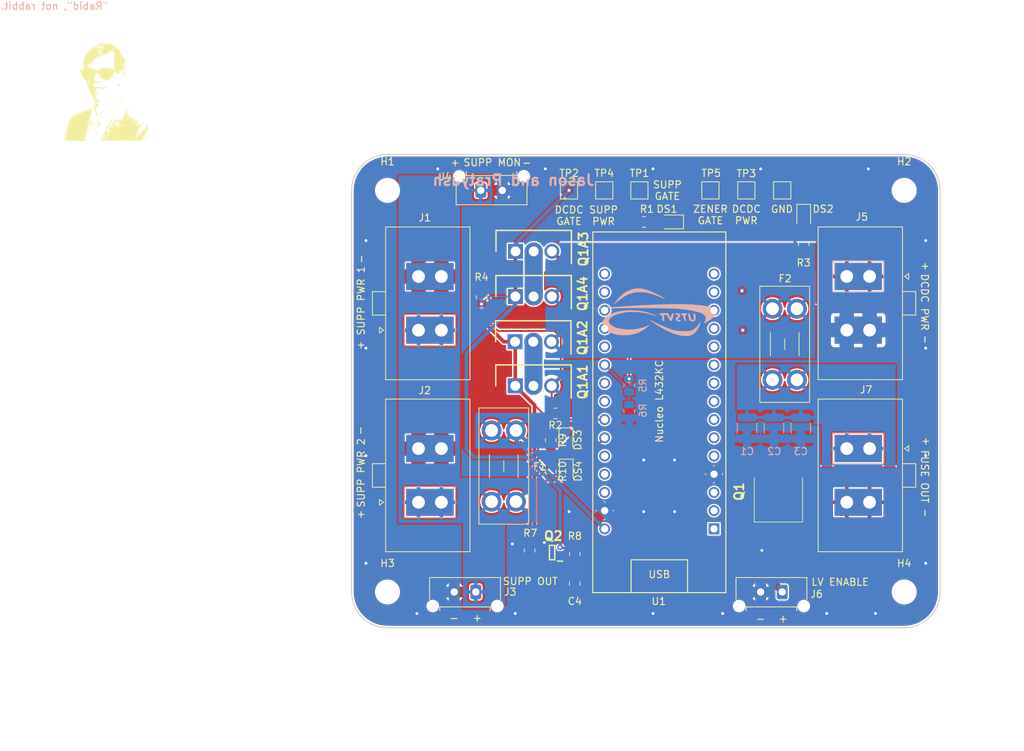
<source format=kicad_pcb>
(kicad_pcb (version 20240108) (generator "pcbnew") (generator_version "8.0")
  (title_block (title "Primary Battery Board") (date "2018-11-03") (company "UT Solar Vehicle Team") (comment 1 "BeVolt") (comment 2 "Jim Corbin and Alex Rodriguez"))
  (layers (0 "F.Cu" power) (31 "B.Cu" power) (34 "B.Paste" user) (35 "F.Paste" user) (36 "B.SilkS" user "B.Silkscreen") (37 "F.SilkS" user "F.Silkscreen") (38 "B.Mask" user) (39 "F.Mask" user) (44 "Edge.Cuts" user))
  (net 0 "")
  (net 1 "FUSE_OUT")
  (net 2 "GNDS")
  (net 3 "Net-(DS1-A)")
  (net 4 "Net-(DS2-A)")
  (net 6 "SUPP_PWR")
  (net 7 "DCDC_PWR")
  (net 8 "Supp_Gate")
  (net 9 "DCDC_Gate")
  (net 10 "Net-(Q1A1-Pad2)")
  (net 12 "Net-(J1-Pin_1)")
  (net 13 "Net-(F2-Pad1)")
  (net 14 "Net-(J6-Pin_1)")
  (net 15 "Net-(J7-Pin_2)")
  (net 16 "Net-(Q1A3-Pad2)")
  (net 17 "Supp_Drive")
  (net 18 "DCDC_Drive")
  (net 19 "Net-(U1-A2)")
  (net 42 "Net-(DS3-A)")
  (net 43 "Net-(DS4-A)")
  (footprint "Connector_Molex:Molex_Micro-Fit_3.0_43650-0215_1x02_P3.00mm_Vertical" (layer "F.Cu") (at 105.3 104 180)
    (property "Reference" "J3" (at -4.8 0 180) (layer "F.SilkS"))
    (property "Value" "SUPP OUT")
    (pad "" np_thru_hole circle (at -3 -1.96 180) (size 1.27 1.27) (drill 1.27) (layers "*.Cu" "*.Mask"))
    (pad "" np_thru_hole circle (at 6 -1.96 180) (size 1.27 1.27) (drill 1.27) (layers "*.Cu" "*.Mask"))
    (pad "1" thru_hole roundrect (at 0 0 180) (size 1.5 2.02) (drill 1.02) (layers "*.Cu" "*.Mask") (roundrect_rratio 0.166667) (net 12 "Net-(J1-Pin_1)"))
    (pad "2" thru_hole oval (at 3 0 180) (size 1.5 2.02) (drill 1.02) (layers "*.Cu" "*.Mask") (net 2 "GNDS"))
  )
  (footprint "Resistor_SMD:R_0805_2012Metric" (layer "F.Cu") (at 112.8 98.2125 -90)
    (property "Reference" "R7" (at -2.412501 -0.100001 180) (layer "F.SilkS"))
    (property "Value" "100k")
    (pad "1" smd roundrect (at -0.9125 0 270) (size 1.025 1.4) (layers "F.Cu" "F.Paste" "F.Mask") (roundrect_rratio 0.243902) (net 6 "SUPP_PWR"))
    (pad "2" smd roundrect (at 0.9125 0 270) (size 1.025 1.4) (layers "F.Cu" "F.Paste" "F.Mask") (roundrect_rratio 0.243902) (net 8 "Supp_Gate"))
  )
  (footprint "Connector_Molex:Molex_Sabre_43160-0102_1x02_P7.49mm_Vertical" (layer "F.Cu") (at 157 60 -90)
    (property "Reference" "J5" (at -8.3 -2.1 180) (layer "F.SilkS"))
    (property "Value" "DCDC SUPPLY")
    (pad "1" thru_hole rect (at 0 -3.18 270) (size 3.78 3.43) (drill 1.78) (layers "*.Cu" "*.Mask") (net 7 "DCDC_PWR"))
    (pad "1" thru_hole rect (at 0 0 270) (size 3.78 3.43) (drill 1.78) (layers "*.Cu" "*.Mask") (net 7 "DCDC_PWR"))
    (pad "2" thru_hole rect (at 7.49 -3.18 270) (size 3.78 3.43) (drill 1.78) (layers "*.Cu" "*.Mask") (net 2 "GNDS"))
    (pad "2" thru_hole rect (at 7.49 0 270) (size 3.78 3.43) (drill 1.78) (layers "*.Cu" "*.Mask") (net 2 "GNDS"))
  )
  (footprint "Connector_Molex:Molex_Sabre_43160-0102_1x02_P7.49mm_Vertical" (layer "F.Cu") (at 100.5 91.49 90)
    (property "Reference" "J2" (at 15.59 -2.3 0) (layer "F.SilkS"))
    (property "Value" "SUPP PWR 2")
    (pad "1" thru_hole rect (at 0 -3.18 90) (size 3.78 3.43) (drill 1.78) (layers "*.Cu" "*.Mask") (net 12 "Net-(J1-Pin_1)"))
    (pad "1" thru_hole rect (at 0 0 90) (size 3.78 3.43) (drill 1.78) (layers "*.Cu" "*.Mask") (net 12 "Net-(J1-Pin_1)"))
    (pad "2" thru_hole rect (at 7.49 -3.18 90) (size 3.78 3.43) (drill 1.78) (layers "*.Cu" "*.Mask") (net 2 "GNDS"))
    (pad "2" thru_hole rect (at 7.49 0 90) (size 3.78 3.43) (drill 1.78) (layers "*.Cu" "*.Mask") (net 2 "GNDS"))
  )
  (footprint "Diode_SMD:D_0805_2012Metric" (layer "F.Cu") (at 132.5625 52.4 180)
    (property "Reference" "DS1" (at 0.615625 1.8 180) (layer "F.SilkS"))
    (property "Value" "SUPP_PWR")
    (pad "1" smd roundrect (at -0.9375 0 180) (size 0.975 1.4) (layers "F.Cu" "F.Paste" "F.Mask") (net 2 "GNDS"))
    (pad "2" smd roundrect (at 0.9375 0 180) (size 0.975 1.4) (layers "F.Cu" "F.Paste" "F.Mask") (net 3 "Net-(DS1-A)"))
  )
  (footprint "UTSVT_PowerSupp:SOT65P210X100-6N" (layer "F.Cu") (at 115.9375 98.5 180)
    (property "Reference" "Q2" (at -0.1625 2.3 180) (layer "F.SilkS") (effects (font (size 1.27 1.27) (thickness 0.254))))
    (property "Value" "S1G1D2S2G2D1" (hide yes))
    (pad "1" smd rect (at -1.1 -0.65 270) (size 0.4 0.75) (layers "F.Cu" "F.Paste" "F.Mask") (net 2 "GNDS"))
    (pad "2" smd rect (at -1.1 0 270) (size 0.4 0.75) (layers "F.Cu" "F.Paste" "F.Mask") (net 17 "Supp_Drive"))
    (pad "3" smd rect (at -1.1 0.65 270) (size 0.4 0.75) (layers "F.Cu" "F.Paste" "F.Mask") (net 9 "DCDC_Gate"))
    (pad "4" smd rect (at 1.1 0.65 270) (size 0.4 0.75) (layers "F.Cu" "F.Paste" "F.Mask") (net 2 "GNDS"))
    (pad "5" smd rect (at 1.1 0 270) (size 0.4 0.75) (layers "F.Cu" "F.Paste" "F.Mask") (net 18 "DCDC_Drive"))
    (pad "6" smd rect (at 1.1 -0.65 270) (size 0.4 0.75) (layers "F.Cu" "F.Paste" "F.Mask") (net 8 "Supp_Gate"))
  )
  (footprint "TestPoint:TestPoint_Pad_2.0x2.0mm" (layer "F.Cu") (at 123.2 48)
    (property "Reference" "TP4" (at 0 -2.4 0) (layer "F.SilkS"))
    (property "Value" "Supp_Gate")
    (pad "1" smd rect (at 0 0) (size 2 2) (layers "F.Cu" "F.Mask") (net 8 "Supp_Gate"))
  )
  (footprint "UTSVT_PowerSupp:SUP90P06-PCHAN-ENH-PWR-MOSFET" (layer "F.Cu") (at 110.77 69.1)
    (property "Reference" "Q1A2" (at 9.400001 -0.542501 -90) (layer "F.SilkS") (effects (font (size 1.27 1.27) (thickness 0.254))))
    (property "Value" "IRFU5305PbF" (hide yes))
    (pad "1" thru_hole rect (at 0 0) (size 2.085 2.085) (drill 1.39) (layers "*.Cu" "*.Mask") (net 8 "Supp_Gate"))
    (pad "2" thru_hole circle (at 2.54 0) (size 2.085 2.085) (drill 1.39) (layers "*.Cu" "*.Mask") (net 10 "Net-(Q1A1-Pad2)"))
    (pad "3" thru_hole circle (at 5.08 0) (size 2.085 2.085) (drill 1.39) (layers "*.Cu" "*.Mask") (net 13 "Net-(F2-Pad1)"))
  )
  (footprint "TestPoint:TestPoint_Pad_2.0x2.0mm" (layer "F.Cu") (at 143 48)
    (property "Reference" "TP3" (at 0 -2.35 0) (layer "F.SilkS"))
    (property "Value" "DCDC_PWR")
    (pad "1" smd rect (at 0 0) (size 2 2) (layers "F.Cu" "F.Mask") (net 7 "DCDC_PWR"))
  )
  (footprint "TestPoint:TestPoint_Pad_2.0x2.0mm" (layer "F.Cu") (at 148 48)
    (property "Reference" "TP6" (hide yes))
    (property "Value" "GND")
    (pad "1" smd rect (at 0 0) (size 2 2) (layers "F.Cu" "F.Mask") (net 2 "GNDS"))
  )
  (footprint "TestPoint:TestPoint_Pad_2.0x2.0mm" (layer "F.Cu") (at 128.1 48)
    (property "Reference" "TP1" (at 0 -2.4 0) (layer "F.SilkS"))
    (property "Value" "SUPP_PWR")
    (pad "1" smd rect (at 0 0) (size 2 2) (layers "F.Cu" "F.Mask") (net 6 "SUPP_PWR"))
  )
  (footprint "Diode_SMD:D_0805_2012Metric" (layer "F.Cu") (at 117.9 87.1625 -90)
    (property "Reference" "DS4" (at 0 -1.65 90) (layer "F.SilkS"))
    (property "Value" "DCDC_PWR")
    (pad "1" smd roundrect (at -0.9375 0 270) (size 0.975 1.4) (layers "F.Cu" "F.Paste" "F.Mask") (net 2 "GNDS"))
    (pad "2" smd roundrect (at 0.9375 0 270) (size 0.975 1.4) (layers "F.Cu" "F.Paste" "F.Mask") (net 43 "Net-(DS4-A)"))
  )
  (footprint "MountingHole:MountingHole_3mm" (layer "F.Cu") (at 93 104)
    (property "Reference" "H3" (at 0 -4 0) (layer "F.SilkS"))
    (property "Value" "M3")
    (pad "" np_thru_hole circle (at 0 0) (size 3 3) (drill 3) (layers "*.Cu" "*.Mask"))
  )
  (footprint "UTSVT_Special:Hallock_Image_Tiny" (layer "F.Cu") (at 53.322932 34.119857)
    (property "Reference" "LOGO1" (hide yes))
    (property "Value" "Dr Hallock" (hide yes))
  )
  (footprint "UTSVT_PowerSupp:SUP90P06-PCHAN-ENH-PWR-MOSFET" (layer "F.Cu") (at 110.82 62.8)
    (property "Reference" "Q1A4" (at 9.3675 -0.4 90) (layer "F.SilkS") (effects (font (size 1.27 1.27) (thickness 0.254))))
    (property "Value" "IRFU5305PbF" (hide yes))
    (pad "1" thru_hole rect (at 0 0) (size 2.085 2.085) (drill 1.39) (layers "*.Cu" "*.Mask") (net 9 "DCDC_Gate"))
    (pad "2" thru_hole circle (at 2.54 0) (size 2.085 2.085) (drill 1.39) (layers "*.Cu" "*.Mask") (net 16 "Net-(Q1A3-Pad2)"))
    (pad "3" thru_hole circle (at 5.08 0) (size 2.085 2.085) (drill 1.39) (layers "*.Cu" "*.Mask") (net 13 "Net-(F2-Pad1)"))
  )
  (footprint "Fuse:Fuseholder_Blade_Mini_Keystone_3568" (layer "F.Cu") (at 150.05 64.5 -90)
    (property "Reference" "F2" (at -4.2 1.65 180) (layer "F.SilkS"))
    (property "Value" "Fuse")
    (pad "1" thru_hole circle (at 0 0 270) (size 2.78 2.78) (drill 1.78) (layers "*.Cu" "*.Mask") (net 13 "Net-(F2-Pad1)"))
    (pad "1" thru_hole circle (at 0 3.4 270) (size 2.78 2.78) (drill 1.78) (layers "*.Cu" "*.Mask") (net 13 "Net-(F2-Pad1)"))
    (pad "2" thru_hole circle (at 9.92 0 270) (size 2.78 2.78) (drill 1.78) (layers "*.Cu" "*.Mask") (net 1 "FUSE_OUT"))
    (pad "2" thru_hole circle (at 9.92 3.4 270) (size 2.78 2.78) (drill 1.78) (layers "*.Cu" "*.Mask") (net 1 "FUSE_OUT"))
  )
  (footprint "Connector_Molex:Molex_Sabre_43160-0102_1x02_P7.49mm_Vertical" (layer "F.Cu") (at 100.5 67.5 90)
    (property "Reference" "J1" (at 15.7 -2.3 0) (layer "F.SilkS"))
    (property "Value" "SUPP PWR 1")
    (pad "1" thru_hole rect (at 0 -3.18 90) (size 3.78 3.43) (drill 1.78) (layers "*.Cu" "*.Mask") (net 12 "Net-(J1-Pin_1)"))
    (pad "1" thru_hole rect (at 0 0 90) (size 3.78 3.43) (drill 1.78) (layers "*.Cu" "*.Mask") (net 12 "Net-(J1-Pin_1)"))
    (pad "2" thru_hole rect (at 7.49 -3.18 90) (size 3.78 3.43) (drill 1.78) (layers "*.Cu" "*.Mask") (net 2 "GNDS"))
    (pad "2" thru_hole rect (at 7.49 0 90) (size 3.78 3.43) (drill 1.78) (layers "*.Cu" "*.Mask") (net 2 "GNDS"))
  )
  (footprint "Resistor_SMD:R_0805_2012Metric" (layer "F.Cu") (at 106.1125 62.9 -90)
    (property "Reference" "R4" (at -2.800001 0.012499 180) (layer "F.SilkS"))
    (property "Value" "100k")
    (pad "1" smd roundrect (at -0.9125 0 270) (size 1.025 1.4) (layers "F.Cu" "F.Paste" "F.Mask") (roundrect_rratio 0.243902) (net 6 "SUPP_PWR"))
    (pad "2" smd roundrect (at 0.9125 0 270) (size 1.025 1.4) (layers "F.Cu" "F.Paste" "F.Mask") (roundrect_rratio 0.243902) (net 9 "DCDC_Gate"))
  )
  (footprint "UTSVT_Special:NucleoL432KC" (layer "F.Cu") (at 130.88 77.42 90)
    (property "Reference" "U1" (at -27.88 -0.08 0) (layer "F.SilkS"))
    (property "Value" "Nucleo_L432KC")
    (fp_text user "USB" (at -24.13 0 0) (layer "F.SilkS"))
    (fp_text user "Nucleo L432KC" (at 0 0 -90) (layer "F.SilkS"))
    (pad "1" thru_hole rect (at -17.78 7.62 90) (size 1.524 1.524) (drill 1.02108) (layers "*.Cu" "*.Mask"))
    (pad "2" thru_hole circle (at -15.24 7.62 90) (size 1.524 1.524) (drill 1.02108) (layers "*.Cu" "*.Mask"))
    (pad "3" thru_hole circle (at -12.7 7.62 90) (size 1.524 1.524) (drill 1.02108) (layers "*.Cu" "*.Mask"))
    (pad "4" thru_hole circle (at -10.16 7.62 90) (size 1.524 1.524) (drill 1.02108) (layers "*.Cu" "*.Mask") (net 2 "GNDS"))
    (pad "5" thru_hole circle (at -7.62 7.62 90) (size 1.524 1.524) (drill 1.02108) (layers "*.Cu" "*.Mask"))
    (pad "6" thru_hole circle (at -5.08 7.62 90) (size 1.524 1.524) (drill 1.02108) (layers "*.Cu" "*.Mask"))
    (pad "7" thru_hole circle (at -2.54 7.62 90) (size 1.524 1.524) (drill 1.02108) (layers "*.Cu" "*.Mask"))
    (pad "8" thru_hole circle (at 0 7.62 90) (size 1.524 1.524) (drill 1.02108) (layers "*.Cu" "*.Mask"))
    (pad "9" thru_hole circle (at 2.54 7.62 90) (size 1.524 1.524) (drill 1.02108) (layers "*.Cu" "*.Mask"))
    (pad "10" thru_hole circle (at 5.08 7.62 90) (size 1.524 1.524) (drill 1.02108) (layers "*.Cu" "*.Mask"))
    (pad "11" thru_hole circle (at 7.62 7.62 90) (size 1.524 1.524) (drill 1.02108) (layers "*.Cu" "*.Mask"))
    (pad "12" thru_hole circle (at 10.16 7.62 90) (size 1.524 1.524) (drill 1.02108) (layers "*.Cu" "*.Mask"))
    (pad "13" thru_hole circle (at 12.7 7.62 90) (size 1.524 1.524) (drill 1.02108) (layers "*.Cu" "*.Mask"))
    (pad "14" thru_hole circle (at 15.24 7.62 90) (size 1.524 1.524) (drill 1.02108) (layers "*.Cu" "*.Mask"))
    (pad "15" thru_hole circle (at 17.78 7.62 90) (size 1.524 1.524) (drill 1.02108) (layers "*.Cu" "*.Mask"))
    (pad "16" thru_hole circle (at 17.78 -7.62 90) (size 1.524 1.524) (drill 1.02108) (layers "*.Cu" "*.Mask"))
    (pad "17" thru_hole circle (at 15.24 -7.62 90) (size 1.524 1.524) (drill 1.02108) (layers "*.Cu" "*.Mask"))
    (pad "18" thru_hole circle (at 12.7 -7.62 90) (size 1.524 1.524) (drill 1.02108) (layers "*.Cu" "*.Mask"))
    (pad "19" thru_hole circle (at 10.16 -7.62 90) (size 1.524 1.524) (drill 1.02108) (layers "*.Cu" "*.Mask"))
    (pad "20" thru_hole circle (at 7.62 -7.62 90) (size 1.524 1.524) (drill 1.02108) (layers "*.Cu" "*.Mask"))
    (pad "21" thru_hole circle (at 5.08 -7.62 90) (size 1.524 1.524) (drill 1.02108) (layers "*.Cu" "*.Mask") (net 19 "Net-(U1-A2)"))
    (pad "22" thru_hole circle (at 2.54 -7.62 90) (size 1.524 1.524) (drill 1.02108) (layers "*.Cu" "*.Mask"))
    (pad "23" thru_hole circle (at 0 -7.62 90) (size 1.524 1.524) (drill 1.02108) (layers "*.Cu" "*.Mask"))
    (pad "24" thru_hole circle (at -2.54 -7.62 90) (size 1.524 1.524) (drill 1.02108) (layers "*.Cu" "*.Mask") (net 18 "DCDC_Drive"))
    (pad "25" thru_hole circle (at -5.08 -7.62 90) (size 1.524 1.524) (drill 1.02108) (layers "*.Cu" "*.Mask") (net 17 "Supp_Drive"))
    (pad "26" thru_hole circle (at -7.62 -7.62 90) (size 1.524 1.524) (drill 1.02108) (layers "*.Cu" "*.Mask"))
    (pad "27" thru_hole circle (at -10.16 -7.62 90) (size 1.524 1.524) (drill 1.02108) (layers "*.Cu" "*.Mask"))
    (pad "28" thru_hole circle (at -12.7 -7.62 90) (size 1.524 1.524) (drill 1.02108) (layers "*.Cu" "*.Mask"))
    (pad "29" thru_hole circle (at -15.24 -7.62 90) (size 1.524 1.524) (drill 1.02108) (layers "*.Cu" "*.Mask") (net 2 "GNDS"))
    (pad "30" thru_hole circle (at -17.78 -7.62 90) (size 1.524 1.524) (drill 1.02108) (layers "*.Cu" "*.Mask") (net 6 "SUPP_PWR"))
  )
  (footprint "MountingHole:MountingHole_3mm" (layer "F.Cu") (at 93 48)
    (property "Reference" "H1" (at 0 -4 0) (layer "F.SilkS"))
    (property "Value" "M3")
    (pad "" np_thru_hole circle (at 0 0) (size 3 3) (drill 3) (layers "*.Cu" "*.Mask"))
  )
  (footprint "MountingHole:MountingHole_3mm" (layer "F.Cu") (at 165 48)
    (property "Reference" "H2" (at 0 -4 0) (layer "F.SilkS"))
    (property "Value" "M3")
    (pad "" np_thru_hole circle (at 0 0) (size 3 3) (drill 3) (layers "*.Cu" "*.Mask"))
  )
  (footprint "Resistor_SMD:R_0805_2012Metric" (layer "F.Cu") (at 119.1 98.7125 90)
    (property "Reference" "R8" (at 2.5125 0 0) (layer "F.SilkS"))
    (property "Value" "100k")
    (pad "1" smd roundrect (at -0.9125 0 90) (size 1.025 1.4) (layers "F.Cu" "F.Paste" "F.Mask") (roundrect_rratio 0.243902) (net 6 "SUPP_PWR"))
    (pad "2" smd roundrect (at 0.9125 0 90) (size 1.025 1.4) (layers "F.Cu" "F.Paste" "F.Mask") (roundrect_rratio 0.243902) (net 9 "DCDC_Gate"))
  )
  (footprint "Resistor_SMD:R_0805_2012Metric" (layer "F.Cu") (at 115.75 82.8375 -90)
    (property "Reference" "R9" (at 0 -1.65 90) (layer "F.SilkS"))
    (property "Value" "5.1K")
    (pad "1" smd roundrect (at -0.9125 0 270) (size 1.025 1.4) (layers "F.Cu" "F.Paste" "F.Mask") (roundrect_rratio 0.243902) (net 18 "DCDC_Drive"))
    (pad "2" smd roundrect (at 0.9125 0 270) (size 1.025 1.4) (layers "F.Cu" "F.Paste" "F.Mask") (roundrect_rratio 0.243902) (net 42 "Net-(DS3-A)"))
  )
  (footprint "Resistor_SMD:R_0805_2012Metric" (layer "F.Cu") (at 128.7625 52.4)
    (property "Reference" "R1" (at 0.384375 -1.8 0) (layer "F.SilkS"))
    (property "Value" "5.1K")
    (pad "1" smd roundrect (at -0.9125 0) (size 1.025 1.4) (layers "F.Cu" "F.Paste" "F.Mask") (roundrect_rratio 0.243902) (net 6 "SUPP_PWR"))
    (pad "2" smd roundrect (at 0.9125 0) (size 1.025 1.4) (layers "F.Cu" "F.Paste" "F.Mask") (roundrect_rratio 0.243902) (net 3 "Net-(DS1-A)"))
  )
  (footprint "Fuse:Fuseholder_Blade_Mini_Keystone_3568" (layer "F.Cu") (at 107.5 91.4 90)
    (property "Reference" "F1" (at 4.9 6.7 0) (layer "F.SilkS"))
    (property "Value" "Fuse")
    (pad "1" thru_hole circle (at 0 0 90) (size 2.78 2.78) (drill 1.78) (layers "*.Cu" "*.Mask") (net 12 "Net-(J1-Pin_1)"))
    (pad "1" thru_hole circle (at 0 3.4 90) (size 2.78 2.78) (drill 1.78) (layers "*.Cu" "*.Mask") (net 12 "Net-(J1-Pin_1)"))
    (pad "2" thru_hole circle (at 9.92 0 90) (size 2.78 2.78) (drill 1.78) (layers "*.Cu" "*.Mask") (net 6 "SUPP_PWR"))
    (pad "2" thru_hole circle (at 9.92 3.4 90) (size 2.78 2.78) (drill 1.78) (layers "*.Cu" "*.Mask") (net 6 "SUPP_PWR"))
  )
  (footprint "Resistor_SMD:R_0805_2012Metric" (layer "F.Cu") (at 115.735 87.185 -90)
    (property "Reference" "R10" (at 0 -1.65 90) (layer "F.SilkS"))
    (property "Value" "5.1K")
    (pad "1" smd roundrect (at -0.9125 0 270) (size 1.025 1.4) (layers "F.Cu" "F.Paste" "F.Mask") (roundrect_rratio 0.243902) (net 17 "Supp_Drive"))
    (pad "2" smd roundrect (at 0.9125 0 270) (size 1.025 1.4) (layers "F.Cu" "F.Paste" "F.Mask") (roundrect_rratio 0.243902) (net 43 "Net-(DS4-A)"))
  )
  (footprint "Diode_SMD:D_0805_2012Metric" (layer "F.Cu") (at 151 51.6375 -90)
    (property "Reference" "DS2" (at -1.0375 -2.7 180) (layer "F.SilkS"))
    (property "Value" "DCDC_PWR")
    (pad "1" smd roundrect (at -0.9375 0 270) (size 0.975 1.4) (layers "F.Cu" "F.Paste" "F.Mask") (net 2 "GNDS"))
    (pad "2" smd roundrect (at 0.9375 0 270) (size 0.975 1.4) (layers "F.Cu" "F.Paste" "F.Mask") (net 4 "Net-(DS2-A)"))
  )
  (footprint "UTSVT_PowerSupp:SUP90P06-PCHAN-ENH-PWR-MOSFET" (layer "F.Cu") (at 110.8 75.2575)
    (property "Reference" "Q1A1" (at 9.4 -0.5575 90) (layer "F.SilkS") (effects (font (size 1.27 1.27) (thickness 0.254))))
    (property "Value" "IRFU5305PbF" (hide yes))
    (pad "1" thru_hole rect (at 0 0) (size 2.085 2.085) (drill 1.39) (layers "*.Cu" "*.Mask") (net 8 "Supp_Gate"))
    (pad "2" thru_hole circle (at 2.54 0) (size 2.085 2.085) (drill 1.39) (layers "*.Cu" "*.Mask") (net 10 "Net-(Q1A1-Pad2)"))
    (pad "3" thru_hole circle (at 5.08 0) (size 2.085 2.085) (drill 1.39) (layers "*.Cu" "*.Mask") (net 6 "SUPP_PWR"))
  )
  (footprint "MountingHole:MountingHole_3mm" (layer "F.Cu") (at 165 104)
    (property "Reference" "H4" (at 0 -4 0) (layer "F.SilkS"))
    (property "Value" "M3")
    (pad "" np_thru_hole circle (at 0 0) (size 3 3) (drill 3) (layers "*.Cu" "*.Mask"))
  )
  (footprint "TestPoint:TestPoint_Pad_2.0x2.0mm" (layer "F.Cu") (at 118.288 48)
    (property "Reference" "TP2" (at 0.012 -2.4 0) (layer "F.SilkS"))
    (property "Value" "DCDC_Gate")
    (pad "1" smd rect (at 0 0) (size 2 2) (layers "F.Cu" "F.Mask") (net 9 "DCDC_Gate"))
  )
  (footprint "UTSVT_PowerSupp:SUP90P06-PCHAN-ENH-PWR-MOSFET" (layer "F.Cu") (at 110.8325 56.5)
    (property "Reference" "Q1A3" (at 9.4675 -0.325 90) (layer "F.SilkS") (effects (font (size 1.27 1.27) (thickness 0.254))))
    (property "Value" "IRFU5305PbF" (hide yes))
    (pad "1" thru_hole rect (at 0 0) (size 2.085 2.085) (drill 1.39) (layers "*.Cu" "*.Mask") (net 9 "DCDC_Gate"))
    (pad "2" thru_hole circle (at 2.54 0) (size 2.085 2.085) (drill 1.39) (layers "*.Cu" "*.Mask") (net 16 "Net-(Q1A3-Pad2)"))
    (pad "3" thru_hole circle (at 5.08 0) (size 2.085 2.085) (drill 1.39) (layers "*.Cu" "*.Mask") (net 7 "DCDC_PWR"))
  )
  (footprint "Diode_SMD:D_0805_2012Metric" (layer "F.Cu") (at 117.85 82.8 -90)
    (property "Reference" "DS3" (at 0 -1.65 90) (layer "F.SilkS"))
    (property "Value" "DCDC_PWR")
    (pad "1" smd roundrect (at -0.9375 0 270) (size 0.975 1.4) (layers "F.Cu" "F.Paste" "F.Mask") (net 2 "GNDS"))
    (pad "2" smd roundrect (at 0.9375 0 270) (size 0.975 1.4) (layers "F.Cu" "F.Paste" "F.Mask") (net 42 "Net-(DS3-A)"))
  )
  (footprint "Resistor_SMD:R_0805_2012Metric" (layer "F.Cu") (at 151 55.4875 90)
    (property "Reference" "R3" (at -2.6125 0 0) (layer "F.SilkS"))
    (property "Value" "5.1K")
    (pad "1" smd roundrect (at -0.9125 0 90) (size 1.025 1.4) (layers "F.Cu" "F.Paste" "F.Mask") (roundrect_rratio 0.243902) (net 7 "DCDC_PWR"))
    (pad "2" smd roundrect (at 0.9125 0 90) (size 1.025 1.4) (layers "F.Cu" "F.Paste" "F.Mask") (roundrect_rratio 0.243902) (net 4 "Net-(DS2-A)"))
  )
  (footprint "Capacitor_SMD:C_0805_2012Metric" (layer "F.Cu") (at 119.1 102.825 -90)
    (property "Reference" "C4" (at 2.474999 -0.000001 180) (layer "F.SilkS"))
    (property "Value" "100uF")
    (pad "1" smd roundrect (at -0.95 0 270) (size 1 1.45) (layers "F.Cu" "F.Paste" "F.Mask") (net 6 "SUPP_PWR"))
    (pad "2" smd roundrect (at 0.95 0 270) (size 1 1.45) (layers "F.Cu" "F.Paste" "F.Mask") (net 2 "GNDS"))
  )
  (footprint "UTSVT_PowerSupp:FDD13AN06A0F085" (layer "F.Cu") (at 147.47 90)
    (property "Reference" "Q1" (at -5.47 0 90) (layer "F.SilkS") (effects (font (size 1.27 1.27) (thickness 0.254))))
    (property "Value" "FDD86250-F085" (hide yes))
    (pad "1" smd rect (at -2.28 6.4) (size 1.25 2.85) (layers "F.Cu" "F.Paste" "F.Mask") (net 14 "Net-(J6-Pin_1)"))
    (pad "2" smd rect (at 0 0) (size 5.55 6.5) (layers "F.Cu" "F.Paste" "F.Mask") (net 15 "Net-(J7-Pin_2)"))
    (pad "3" smd rect (at 2.28 6.4) (size 1.25 2.85) (layers "F.Cu" "F.Paste" "F.Mask") (net 2 "GNDS"))
  )
  (footprint "Connector_Molex:Molex_Micro-Fit_3.0_43650-0215_1x02_P3.00mm_Vertical" (layer "F.Cu") (at 148 104 180)
    (property "Reference" "J6" (at -4.8 -0.3 180) (layer "F.SilkS"))
    (property "Value" "LV ENABLE")
    (pad "" np_thru_hole circle (at -3 -1.96 180) (size 1.27 1.27) (drill 1.27) (layers "*.Cu" "*.Mask"))
    (pad "" np_thru_hole circle (at 6 -1.96 180) (size 1.27 1.27) (drill 1.27) (layers "*.Cu" "*.Mask"))
    (pad "1" thru_hole roundrect (at 0 0 180) (size 1.5 2.02) (drill 1.02) (layers "*.Cu" "*.Mask") (roundrect_rratio 0.166667) (net 14 "Net-(J6-Pin_1)"))
    (pad "2" thru_hole oval (at 3 0 180) (size 1.5 2.02) (drill 1.02) (layers "*.Cu" "*.Mask") (net 2 "GNDS"))
  )
  (footprint "TestPoint:TestPoint_Pad_2.0x2.0mm" (layer "F.Cu") (at 138 48)
    (property "Reference" "TP5" (at 0.1 -2.4 0) (layer "F.SilkS"))
    (property "Value" "GND")
    (pad "1" smd rect (at 0 0) (size 2 2) (layers "F.Cu" "F.Mask") (net 2 "GNDS"))
  )
  (footprint "Connector_Molex:Molex_Micro-Fit_3.0_43650-0215_1x02_P3.00mm_Vertical" (layer "F.Cu") (at 106 48)
    (property "Reference" "J4" (at -4.9 -1.9 0) (layer "F.SilkS"))
    (property "Value" "SUPP PWR MON")
    (pad "" np_thru_hole circle (at -3 -1.96) (size 1.27 1.27) (drill 1.27) (layers "*.Cu" "*.Mask"))
    (pad "" np_thru_hole circle (at 6 -1.96) (size 1.27 1.27) (drill 1.27) (layers "*.Cu" "*.Mask"))
    (pad "1" thru_hole roundrect (at 0 0) (size 1.5 2.02) (drill 1.02) (layers "*.Cu" "*.Mask") (roundrect_rratio 0.166667) (net 12 "Net-(J1-Pin_1)"))
    (pad "2" thru_hole oval (at 3 0) (size 1.5 2.02) (drill 1.02) (layers "*.Cu" "*.Mask") (net 2 "GNDS"))
  )
  (footprint "Connector_Molex:Molex_Sabre_43160-0102_1x02_P7.49mm_Vertical" (layer "F.Cu") (at 157 84 -90)
    (property "Reference" "J7" (at -8.2 -2.7 0) (layer "F.SilkS"))
    (property "Value" "FUSE OUT")
    (pad "1" thru_hole rect (at 0 -3.18 270) (size 3.78 3.43) (drill 1.78) (layers "*.Cu" "*.Mask") (net 1 "FUSE_OUT"))
    (pad "1" thru_hole rect (at 0 0 270) (size 3.78 3.43) (drill 1.78) (layers "*.Cu" "*.Mask") (net 1 "FUSE_OUT"))
    (pad "2" thru_hole rect (at 7.49 -3.18 270) (size 3.78 3.43) (drill 1.78) (layers "*.Cu" "*.Mask") (net 15 "Net-(J7-Pin_2)"))
    (pad "2" thru_hole rect (at 7.49 0 270) (size 3.78 3.43) (drill 1.78) (layers "*.Cu" "*.Mask") (net 15 "Net-(J7-Pin_2)"))
  )
  (footprint "Resistor_SMD:R_0805_2012Metric" (layer "F.Cu") (at 116.4 79.1 180)
    (property "Reference" "R2" (at 0 -1.65 180) (layer "F.SilkS"))
    (property "Value" "100k")
    (pad "1" smd roundrect (at -0.9125 0 180) (size 1.025 1.4) (layers "F.Cu" "F.Paste" "F.Mask") (roundrect_rratio 0.243902) (net 6 "SUPP_PWR"))
    (pad "2" smd roundrect (at 0.9125 0 180) (size 1.025 1.4) (layers "F.Cu" "F.Paste" "F.Mask") (roundrect_rratio 0.243902) (net 8 "Supp_Gate"))
  )
  (footprint "UTSVT_Special:UTSVT_Logo_Symbol" (layer "B.Cu") (at 130.509054 65.135857 180)
    (property "Reference" "LOGO2" (hide yes))
    (property "Value" "UTSVT" (hide yes))
  )
  (footprint "Capacitor_SMD:C_1210_3225Metric" (layer "B.Cu") (at 150.6 81.15 -90)
    (property "Reference" "C3" (at 3.249999 -0.000001 180) (layer "B.SilkS") (effects (justify mirror)))
    (property "Value" "100uF")
    (pad "1" smd roundrect (at -1.475 0 270) (size 1.15 2.7) (layers "B.Cu" "B.Paste" "B.Mask") (roundrect_rratio 0.217391) (net 1 "FUSE_OUT"))
    (pad "2" smd roundrect (at 1.475 0 270) (size 1.15 2.7) (layers "B.Cu" "B.Paste" "B.Mask") (roundrect_rratio 0.217391) (net 2 "GNDS"))
  )
  (footprint "Resistor_SMD:R_0805_2012Metric" (layer "B.Cu") (at 126.68 75.2 -90)
    (property "Reference" "R5" (at 0 -1.92 90) (layer "B.SilkS") (effects (justify mirror)))
    (property "Value" "300k")
    (pad "1" smd roundrect (at -0.9125 0 270) (size 1.025 1.4) (layers "B.Cu" "B.Paste" "B.Mask") (roundrect_rratio 0.243902) (net 7 "DCDC_PWR"))
    (pad "2" smd roundrect (at 0.9125 0 270) (size 1.025 1.4) (layers "B.Cu" "B.Paste" "B.Mask") (roundrect_rratio 0.243902) (net 19 "Net-(U1-A2)"))
  )
  (footprint "Resistor_SMD:R_0805_2012Metric" (layer "B.Cu") (at 126.68 78.8 -90)
    (property "Reference" "R6" (at -0.1 -1.92 90) (layer "B.SilkS") (effects (justify mirror)))
    (property "Value" "100k")
    (pad "1" smd roundrect (at -0.9125 0 270) (size 1.025 1.4) (layers "B.Cu" "B.Paste" "B.Mask") (roundrect_rratio 0.243902) (net 19 "Net-(U1-A2)"))
    (pad "2" smd roundrect (at 0.9125 0 270) (size 1.025 1.4) (layers "B.Cu" "B.Paste" "B.Mask") (roundrect_rratio 0.243902) (net 2 "GNDS"))
  )
  (footprint "Capacitor_SMD:C_1210_3225Metric" (layer "B.Cu") (at 143.1 81.15 -90)
    (property "Reference" "C1" (at 3.249999 -0.000001 180) (layer "B.SilkS") (effects (justify mirror)))
    (property "Value" "100uF")
    (pad "1" smd roundrect (at -1.475 0 270) (size 1.15 2.7) (layers "B.Cu" "B.Paste" "B.Mask") (roundrect_rratio 0.217391) (net 1 "FUSE_OUT"))
    (pad "2" smd roundrect (at 1.475 0 270) (size 1.15 2.7) (layers "B.Cu" "B.Paste" "B.Mask") (roundrect_rratio 0.217391) (net 2 "GNDS"))
  )
  (footprint "Capacitor_SMD:C_1210_3225Metric" (layer "B.Cu") (at 146.85 81.15 -90)
    (property "Reference" "C2" (at 3.249999 -0.050001 180) (layer "B.SilkS") (effects (justify mirror)))
    (property "Value" "100uF")
    (pad "1" smd roundrect (at -1.475 0 270) (size 1.15 2.7) (layers "B.Cu" "B.Paste" "B.Mask") (roundrect_rratio 0.217391) (net 1 "FUSE_OUT"))
    (pad "2" smd roundrect (at 1.475 0 270) (size 1.15 2.7) (layers "B.Cu" "B.Paste" "B.Mask") (roundrect_rratio 0.217391) (net 2 "GNDS"))
  )
  (gr_line (start 170 48) (end 170 104) (stroke (width 0.15)) (layer "Edge.Cuts"))
  (gr_arc (start 170 104) (mid 168.535534 107.535534) (end 165 109) (stroke (width 0.15)) (layer "Edge.Cuts"))
  (gr_arc (start 88 48) (mid 89.464466 44.464466) (end 93 43) (stroke (width 0.15)) (layer "Edge.Cuts"))
  (gr_arc (start 165 43) (mid 168.535534 44.464466) (end 170 48) (stroke (width 0.15)) (layer "Edge.Cuts"))
  (gr_line (start 93 43) (end 165 43) (stroke (width 0.15)) (layer "Edge.Cuts"))
  (gr_line (start 93 109) (end 165 109) (stroke (width 0.15)) (layer "Edge.Cuts"))
  (gr_line (start 88 48) (end 88 104) (stroke (width 0.15)) (layer "Edge.Cuts"))
  (gr_arc (start 93 109) (mid 89.464466 107.535534) (end 88 104) (stroke (width 0.15)) (layer "Edge.Cuts"))
  (gr_text "{dblquote}Rabid{dblquote}, not rabbit." (at 46.6 22.3 0) (layer "B.SilkS") (effects (font (size 1 1)) (justify mirror)))
  (gr_text "Jason and Pratyush" (at 122 47.45 0) (layer "B.SilkS") (effects (font (size 1.5 1.5) (thickness 0.3) (bold yes)) (justify left bottom mirror)))
  (gr_text "-" (at 168.4 93.7 90) (layer "F.SilkS") (effects (font (size 1 1)) (justify left bottom)))
  (gr_text "SUPP\nPWR" (at 123.1 52.9 0) (layer "F.SilkS") (effects (font (size 1 1)) (justify bottom)))
  (gr_text "SUPP MON" (at 103.5 44.7 0) (layer "F.SilkS") (effects (font (size 1 1)) (justify left bottom)))
  (gr_text "-" (at 113.1 43.7 180) (layer "F.SilkS") (effects (font (size 1 1)) (justify left bottom)))
  (gr_text "+" (at 88.6 93.7 0) (layer "F.SilkS") (effects (font (size 1 1)) (justify left bottom)))
  (gr_text "+" (at 167.2 59.1 0) (layer "F.SilkS") (effects (font (size 1 1)) (justify left bottom)))
  (gr_text "-" (at 168.4 69.5 90) (layer "F.SilkS") (effects (font (size 1 1)) (justify left bottom)))
  (gr_text "+" (at 101.7 44.7 0) (layer "F.SilkS") (effects (font (size 1 1)) (justify left bottom)))
  (gr_text "DCDC\nPWR" (at 143 52.8 0) (layer "F.SilkS") (effects (font (size 1 1)) (justify bottom)))
  (gr_text "ZENER\nGATE" (at 138 52.8 0) (layer "F.SilkS") (effects (font (size 1 1)) (justify bottom)))
  (gr_text "SUPP OUT" (at 109 103.1 0) (layer "F.SilkS") (effects (font (size 1 1)) (justify left bottom)))
  (gr_text "-" (at 103 107.2 180) (layer "F.SilkS") (effects (font (size 1 1)) (justify left bottom)))
  (gr_text "DCDC\nGATE" (at 118.3 52.9 0) (layer "F.SilkS") (effects (font (size 1 1)) (justify bottom)))
  (gr_text "FUSE OUT" (at 167.276 84.122 270) (layer "F.SilkS") (effects (font (size 1 1)) (justify left bottom)))
  (gr_text "-" (at 145.7 107.3 180) (layer "F.SilkS") (effects (font (size 1 1)) (justify left bottom)))
  (gr_text "DCDC PWR" (at 167.276 59.546 270) (layer "F.SilkS") (effects (font (size 1 1)) (justify left bottom)))
  (gr_text "-" (at 89.8 82.2 90) (layer "F.SilkS") (effects (font (size 1 1)) (justify left bottom)))
  (gr_text "+" (at 167.3 83.5 0) (layer "F.SilkS") (effects (font (size 1 1)) (justify left bottom)))
  (gr_text "+" (at 88.6 70.1 0) (layer "F.SilkS") (effects (font (size 1 1)) (justify left bottom)))
  (gr_text "+" (at 104.8 108.2 0) (layer "F.SilkS") (effects (font (size 1 1)) (justify left bottom)))
  (gr_text "SUPP\nGATE" (at 132 49.4 0) (layer "F.SilkS") (effects (font (size 1 1)) (justify bottom)))
  (gr_text "+" (at 147.4 108.3 0) (layer "F.SilkS") (effects (font (size 1 1)) (justify left bottom)))
  (gr_text "SUPP PWR 2" (at 89.9 92.3 90) (layer "F.SilkS") (effects (font (size 1 1)) (justify left bottom)))
  (gr_text "LV ENABLE" (at 152 103.2 0) (layer "F.SilkS") (effects (font (size 1 1)) (justify left bottom)))
  (gr_text "-" (at 89.9 58.3 90) (layer "F.SilkS") (effects (font (size 1 1)) (justify left bottom)))
  (gr_text "SUPP PWR 1" (at 89.9 68.3 90) (layer "F.SilkS") (effects (font (size 1 1)) (justify left bottom)))
  (gr_text "GND" (at 147.972 51.2 0) (layer "F.SilkS") (effects (font (size 1 1)) (justify bottom)))
  (segment (start 114.8375 97.125) (end 114.8625 97.1) (width 0.25) (layer "F.Cu") (net 2))
  (segment (start 114.8375 97.85) (end 114.8375 97.125) (width 0.25) (layer "F.Cu") (net 2))
  (via (at 90 85) (size 0.8) (drill 0.4) (layers "F.Cu" "B.Cu") (net 2))
  (via (at 115 45) (size 0.8) (drill 0.4) (layers "F.Cu" "B.Cu") (net 2))
  (via (at 97.1 107) (size 0.8) (drill 0.4) (layers "F.Cu" "B.Cu") (net 2))
  (via (at 154.2 107) (size 0.8) (drill 0.4) (layers "F.Cu" "B.Cu") (net 2))
  (via (at 130 45) (size 0.8) (drill 0.4) (layers "F.Cu" "B.Cu") (net 2))
  (via (at 160 45) (size 0.8) (drill 0.4) (layers "F.Cu" "B.Cu") (net 2))
  (via (at 118.3 92.8) (size 0.8) (drill 0.4) (layers "F.Cu" "B.Cu") (net 2))
  (via (at 139.7 107) (size 0.8) (drill 0.4) (layers "F.Cu" "B.Cu") (net 2))
  (via (at 145 45) (size 0.8) (drill 0.4) (layers "F.Cu" "B.Cu") (net 2))
  (via (at 114.8625 97.1) (size 0.8) (drill 0.4) (layers "F.Cu" "B.Cu") (net 2))
  (via (at 90 55) (size 0.8) (drill 0.4) (layers "F.Cu" "B.Cu") (net 2))
  (via (at 142.4 62) (size 0.8) (drill 0.4) (layers "F.Cu" "B.Cu") (net 2))
  (via (at 168 100) (size 0.8) (drill 0.4) (layers "F.Cu" "B.Cu") (net 2))
  (via (at 100 45) (size 0.8) (drill 0.4) (layers "F.Cu" "B.Cu") (net 2))
  (via (at 130 107) (size 0.8) (drill 0.4) (layers "F.Cu" "B.Cu") (net 2))
  (via (at 133 85.6) (size 0.8) (drill 0.4) (layers "F.Cu" "B.Cu") (net 2))
  (via (at 128.7 85.6) (size 0.8) (drill 0.4) (layers "F.Cu" "B.Cu") (net 2))
  (via (at 128.7 92.8) (size 0.8) (drill 0.4) (layers "F.Cu" "B.Cu") (net 2))
  (via (at 142.5 67.5) (size 0.8) (drill 0.4) (layers "F.Cu" "B.Cu") (net 2))
  (via (at 168 85) (size 0.8) (drill 0.4) (layers "F.Cu" "B.Cu") (net 2))
  (via (at 90 70) (size 0.8) (drill 0.4) (layers "F.Cu" "B.Cu") (net 2))
  (via (at 110.4 97.3) (size 0.8) (drill 0.4) (layers "F.Cu" "B.Cu") (net 2))
  (via (at 110.8 107) (size 0.8) (drill 0.4) (layers "F.Cu" "B.Cu") (net 2))
  (via (at 90 100) (size 0.8) (drill 0.4) (layers "F.Cu" "B.Cu") (net 2))
  (via (at 168 55) (size 0.8) (drill 0.4) (layers "F.Cu" "B.Cu") (net 2))
  (via (at 133 92.8) (size 0.8) (drill 0.4) (layers "F.Cu" "B.Cu") (net 2))
  (via (at 161 107) (size 0.8) (drill 0.4) (layers "F.Cu" "B.Cu") (net 2))
  (via (at 168 70) (size 0.8) (drill 0.4) (layers "F.Cu" "B.Cu") (net 2))
  (segment (start 129.66875 52.4) (end 131.625 52.4) (width 0.25) (layer "F.Cu") (net 3))
  (segment (start 151 54.575) (end 151 52.575) (width 0.25) (layer "F.Cu") (net 4))
  (segment (start 116.009936 46.2) (end 120.3 46.2) (width 0.25) (layer "F.Cu") (net 6))
  (segment (start 120.3 46.2) (end 121.1 47) (width 0.25) (layer "F.Cu") (net 6))
  (segment (start 112.083362 100.0145) (end 111.7 99.631138) (width 0.5) (layer "F.Cu") (net 6))
  (segment (start 106.1125 61.9875) (end 106.1125 56.097436) (width 0.25) (layer "F.Cu") (net 6))
  (segment (start 110.9 81.55) (end 110.9 81.48) (width 0.5) (layer "F.Cu") (net 6))
  (segment (start 122.9 52.4) (end 127.85 52.4) (width 0.25) (layer "F.Cu") (net 6))
  (segment (start 112.687852 67.598) (end 116.248 67.598) (width 0.25) (layer "F.Cu") (net 6))
  (segment (start 112.8 97.3) (end 112.85 97.25) (width 0.5) (layer "F.Cu") (net 6))
  (segment (start 119.15 101.875) (end 119.13 101.855) (width 0.25) (layer "F.Cu") (net 6))
  (segment (start 123.26 95.465) (end 123.26 95.2) (width 0.5) (layer "F.Cu") (net 6))
  (segment (start 108.4 67.6) (end 112.685852 67.6) (width 0.25) (layer "F.Cu") (net 6))
  (segment (start 128.1 52) (end 128.1 48) (width 0.25) (layer "F.Cu") (net 6))
  (segment (start 111.7 98.4) (end 112.8 97.3) (width 0.5) (layer "F.Cu") (net 6))
  (segment (start 112.685852 67.6) (end 112.687852 67.598) (width 0.25) (layer "F.Cu") (net 6))
  (segment (start 117.15 68.5) (end 117.15 73.9875) (width 0.25) (layer "F.Cu") (net 6))
  (segment (start 119.1 99.625) (end 119.1 101.875) (width 0.5) (layer "F.Cu") (net 6))
  (segment (start 107.2 66.4) (end 108.4 67.6) (width 0.25) (layer "F.Cu") (net 6))
  (segment (start 115.88 75.2575) (end 115.88 77.6675) (width 0.25) (layer "F.Cu") (net 6))
  (segment (start 118.7105 100.0145) (end 112.083362 100.0145) (width 0.5) (layer "F.Cu") (net 6))
  (segment (start 119.1 99.625) (end 118.7105 100.0145) (width 0.5) (layer "F.Cu") (net 6))
  (segment (start 111.7 99.631138) (end 111.7 98.4) (width 0.5) (layer "F.Cu") (net 6))
  (segment (start 112.85 83.5) (end 110.9 81.55) (width 0.5) (layer "F.Cu") (net 6))
  (segment (start 116.248 67.598) (end 117.15 68.5) (width 0.25) (layer "F.Cu") (net 6))
  (segment (start 117.15 73.9875) (end 115.88 75.2575) (width 0.25) (layer "F.Cu") (net 6))
  (segment (start 121.1 47) (end 121.1 50.6) (width 0.25) (layer "F.Cu") (net 6))
  (segment (start 115.88 77.6675) (end 117.3125 79.1) (width 0.25) (layer "F.Cu") (net 6))
  (segment (start 121.1 50.6) (end 122.9 52.4) (width 0.25) (layer "F.Cu") (net 6))
  (segment (start 127.85 52.25) (end 128.1 52) (width 0.25) (layer "F.Cu") (net 6))
  (segment (start 107.2 63.075) (end 107.2 66.4) (width 0.25) (layer "F.Cu") (net 6))
  (segment (start 112.85 97.25) (end 112.85 83.5) (width 0.5) (layer "F.Cu") (net 6))
  (segment (start 106.1125 61.9875) (end 107.2 63.075) (width 0.25) (layer "F.Cu") (net 6))
  (segment (start 127.85 52.4) (end 127.85 52.25) (width 0.25) (layer "F.Cu") (net 6))
  (segment (start 106.1125 56.097436) (end 116.009936 46.2) (width 0.25) (layer "F.Cu") (net 6))
  (segment (start 110.9 81.48) (end 110.9 82.84) (width 0.5) (layer "B.Cu") (net 6))
  (segment (start 110.9 82.84) (end 123.26 95.2) (width 0.5) (layer "B.Cu") (net 6))
  (segment (start 143 48) (end 142.9 48.1) (width 0.25) (layer "F.Cu") (net 7))
  (segment (start 143 48) (end 143 48.4) (width 0.25) (layer "F.Cu") (net 7))
  (segment (start 126.68 74.2875) (end 126.68 58.42) (width 0.25) (layer "F.Cu") (net 7))
  (segment (start 143 48.4) (end 151 56.4) (width 0.25) (layer "F.Cu") (net 7))
  (via (at 126.68 74.2875) (size 0.8) (drill 0.4) (layers "F.Cu" "B.Cu") (net 7))
  (segment (start 113.877 98.048) (end 112.8 99.125) (width 0.5) (layer "F.Cu") (net 8))
  (segment (start 110.8 75.2575) (end 110.8 69.13) (width 0.5) (layer "F.Cu") (net 8))
  (segment (start 113.477 96.370862) (end 113.877 96.770862) (width 0.5) (layer "F.Cu") (net 8))
  (segment (start 104.95 64.859936) (end 104.95 56.55) (width 0.5) (layer "F.Cu") (net 8))
  (segment (start 113.37125 77.82875) (end 113.477 77.9345) (width 0.5) (layer "F.Cu") (net 8))
  (segment (start 109.190064 69.1) (end 104.95 64.859936) (width 0.5) (layer "F.Cu") (net 8))
  (segment (start 113.477 77.9345) (end 113.477 96.370862) (width 0.5) (layer "F.Cu") (net 8))
  (segment (start 110.8 69.13) (end 110.77 69.1) (width 0.5) (layer "F.Cu") (net 8))
  (segment (start 114.8125 99.125) (end 114.8375 99.15) (width 0.5) (layer "F.Cu") (net 8))
  (segment (start 113.37125 77.82875) (end 114.6425 79.1) (width 0.25) (layer "F.Cu") (net 8))
  (segment (start 120.8 45.6) (end 123.2 48) (width 0.5) (layer "F.Cu") (net 8))
  (segment (start 112.8 99.125) (end 114.8125 99.125) (width 0.5) (layer "F.Cu") (net 8))
  (segment (start 113.877 96.770862) (end 113.877 98.048) (width 0.5) (layer "F.Cu") (net 8))
  (segment (start 114.6425 79.1) (end 115.4875 79.1) (width 0.25) (layer "F.Cu") (net 8))
  (segment (start 113.37125 77.82875) (end 110.8 75.2575) (width 0.5) (layer "F.Cu") (net 8))
  (segment (start 104.95 56.55) (end 115.9 45.6) (width 0.5) (layer "F.Cu") (net 8))
  (segment (start 110.77 69.1) (end 109.190064 69.1) (width 0.5) (layer "F.Cu") (net 8))
  (segment (start 115.9 45.6) (end 120.8 45.6) (width 0.5) (layer "F.Cu") (net 8))
  (segment (start 117.0375 97.85) (end 119.05 97.85) (width 0.25) (layer "F.Cu") (net 9))
  (segment (start 119.05 97.85) (end 119.1 97.8) (width 0.25) (layer "F.Cu") (net 9))
  (segment (start 110.82 62.8) (end 110.82 56.5125) (width 0.5) (layer "F.Cu") (net 9))
  (segment (start 110.82 56.5125) (end 110.8325 56.5) (width 0.25) (layer "F.Cu") (net 9))
  (via (at 117.0625 97.772998) (size 0.8) (drill 0.4) (layers "F.Cu" "B.Cu") (net 9))
  (via (at 106.1 63.85) (size 0.8) (drill 0.4) (layers "F.Cu" "B.Cu") (net 9))
  (via (at 118.288 48) (size 0.8) (drill 0.4) (layers "F.Cu" "B.Cu") (net 9))
  (segment (start 110.8325 62.7) (end 110.82 62.7125) (width 0.5) (layer "B.Cu") (net 9))
  (segment (start 110.8325 56.5) (end 110.8325 55.4555) (width 0.5) (layer "B.Cu") (net 9))
  (segment (start 110.8325 55.4555) (end 118.288 48) (width 0.5) (layer "B.Cu") (net 9))
  (segment (start 104 84.1) (end 105.1 85.2) (width 0.5) (layer "B.Cu") (net 9))
  (segment (start 110.82 62.8) (end 107.15 62.8) (width 0.25) (layer "B.Cu") (net 9))
  (segment (start 117.0625 89.889212) (end 117.0625 97.772998) (width 0.5) (layer "B.Cu") (net 9))
  (segment (start 112.373288 85.2) (end 117.0625 89.889212) (width 0.5) (layer "B.Cu") (net 9))
  (segment (start 107.15 62.8) (end 106.1 63.85) (width 0.25) (layer "B.Cu") (net 9))
  (segment (start 104 70.7325) (end 104 84.1) (width 0.5) (layer "B.Cu") (net 9))
  (segment (start 110.82 63.9125) (end 104 70.7325) (width 0.5) (layer "B.Cu") (net 9))
  (segment (start 110.82 62.7125) (end 110.82 63.9125) (width 0.5) (layer "B.Cu") (net 9))
  (segment (start 105.1 85.2) (end 112.373288 85.2) (width 0.5) (layer "B.Cu") (net 9))
  (segment (start 113.34 69.13) (end 113.34 75.2575) (width 2.5) (layer "F.Cu") (net 10))
  (segment (start 113.31 69.1) (end 113.34 69.13) (width 2.5) (layer "F.Cu") (net 10))
  (segment (start 113.31 69.1) (end 113.34 69.13) (width 2.5) (layer "B.Cu") (net 10))
  (segment (start 113.34 69.13) (end 113.34 75.2575) (width 2.5) (layer "B.Cu") (net 10))
  (segment (start 148 103.9) (end 148 104) (width 1) (layer "F.Cu") (net 14))
  (segment (start 145.19 96.4) (end 145.19 101.09) (width 1) (layer "F.Cu") (net 14))
  (segment (start 145.19 101.09) (end 148 103.9) (width 1) (layer "F.Cu") (net 14))
  (segment (start 113.3725 56.5) (end 113.3725 62.7875) (width 2.5) (layer "F.Cu") (net 16))
  (segment (start 113.3725 62.7875) (end 113.36 62.8) (width 2.5) (layer "F.Cu") (net 16))
  (segment (start 113.3675 56.505) (end 113.3675 62.7925) (width 2.5) (layer "B.Cu") (net 16))
  (segment (start 113.3725 56.5) (end 113.3675 56.505) (width 2.5) (layer "B.Cu") (net 16))
  (segment (start 113.3675 62.7925) (end 113.36 62.8) (width 2.5) (layer "B.Cu") (net 16))
  (segment (start 116.4125 98.5) (end 117.0375 98.5) (width 0.25) (layer "F.Cu") (net 17))
  (segment (start 116.127 96.243842) (end 116.127 98.2145) (width 0.25) (layer "F.Cu") (net 17))
  (segment (start 114.356 87.6515) (end 114.356 94.472842) (width 0.25) (layer "F.Cu") (net 17))
  (segment (start 117.5305 84.477) (end 121.283 84.477) (width 0.25) (layer "F.Cu") (net 17))
  (segment (start 115.735 86.2725) (end 114.356 87.6515) (width 0.25) (layer "F.Cu") (net 17))
  (segment (start 121.283 84.477) (end 123.26 82.5) (width 0.25) (layer "F.Cu") (net 17))
  (segment (start 114.356 94.472842) (end 116.127 96.243842) (width 0.25) (layer "F.Cu") (net 17))
  (segment (start 116.127 98.2145) (end 116.4125 98.5) (width 0.25) (layer "F.Cu") (net 17))
  (segment (start 115.735 86.2725) (end 117.5305 84.477) (width 0.25) (layer "F.Cu") (net 17))
  (segment (start 115.75 81.925) (end 113.979 83.696) (width 0.25) (layer "F.Cu") (net 18))
  (segment (start 115.75 96.4) (end 115.75 98.2125) (width 0.25) (layer "F.Cu") (net 18))
  (segment (start 117.881862 79.96) (end 123.26 79.96) (width 0.25) (layer "F.Cu") (net 18))
  (segment (start 115.75 81.925) (end 115.916862 81.925) (width 0.25) (layer "F.Cu") (net 18))
  (segment (start 113.979 94.629) (end 115.75 96.4) (width 0.25) (layer "F.Cu") (net 18))
  (segment (start 115.4625 98.5) (end 114.8375 98.5) (width 0.25) (layer "F.Cu") (net 18))
  (segment (start 115.916862 81.925) (end 117.881862 79.96) (width 0.25) (layer "F.Cu") (net 18))
  (segment (start 113.979 83.696) (end 113.979 94.629) (width 0.25) (layer "F.Cu") (net 18))
  (segment (start 115.75 98.2125) (end 115.4625 98.5) (width 0.25) (layer "F.Cu") (net 18))
  (segment (start 126.68 75.76) (end 126.68 76.1125) (width 0.25) (layer "B.Cu") (net 19))
  (segment (start 126.68 76.1125) (end 126.68 77.8875) (width 0.25) (layer "B.Cu") (net 19))
  (segment (start 123.26 72.34) (end 126.68 75.76) (width 0.25) (layer "B.Cu") (net 19))
  (segment (start 115.75 83.75) (end 117.8375 83.75) (width 0.25) (layer "F.Cu") (net 42))
  (segment (start 117.8375 83.75) (end 117.85 83.7375) (width 0.25) (layer "F.Cu") (net 42))
  (segment (start 117.8975 88.0975) (end 117.9 88.1) (width 0.25) (layer "F.Cu") (net 43))
  (segment (start 115.735 88.0975) (end 117.8975 88.0975) (width 0.25) (layer "F.Cu") (net 43))
  (zone (net 7) (net_name "DCDC_PWR") (layer "F.Cu") (priority 5) (connect_pads (clearance 0.2)) (min_thickness 0.25) (fill yes (thermal_gap 0.5) (thermal_bridge_width 0.5))
    (polygon (pts (xy 115 59.1) (xy 152.6 59.1) (xy 152.6 63.8) (xy 164 63.8) (xy 164 56.6) (xy 162.7 55.3) (xy 115 55.3)))
  )
  (zone (net 15) (net_name "Net-(J7-Pin_2)") (layer "F.Cu") (priority 2) (connect_pads (clearance 0.2)) (min_thickness 0.25) (fill yes (thermal_gap 0.5) (thermal_bridge_width 0.5))
    (polygon (pts (xy 143.05 86.5) (xy 163.85 86.5) (xy 163.85 94.65) (xy 143.05 94.65)))
  )
  (zone (net 2) (net_name "GNDS") (layers "F&B.Cu") (connect_pads (clearance 0.2)) (min_thickness 0.25) (fill yes (thermal_gap 0.5) (thermal_bridge_width 2))
    (polygon (pts (xy 170 43) (xy 170 109) (xy 88 109) (xy 88 43)))
  )
  (zone (net 13) (net_name "Net-(F2-Pad1)") (layer "B.Cu") (priority 4) (connect_pads (clearance 0.2)) (min_thickness 0.25) (fill yes (thermal_gap 0.5) (thermal_bridge_width 0.5))
    (polygon (pts (xy 115 55.3) (xy 152.6 55.3) (xy 152.6 71.4) (xy 115 71.4)))
  )
  (zone (net 1) (net_name "FUSE_OUT") (layer "B.Cu") (priority 1) (connect_pads (clearance 0.2)) (min_thickness 0.25) (fill yes (thermal_gap 0.5) (thermal_bridge_width 0.5))
    (polygon (pts (xy 153.5 80.65) (xy 153.5 86.5) (xy 163.8 86.5) (xy 163.8 72.25) (xy 141.65 72.25) (xy 141.65 80.65)))
  )
  (zone (net 12) (net_name "Net-(J1-Pin_1)") (layer "B.Cu") (priority 3) (connect_pads (clearance 0.2)) (min_thickness 0.25) (fill yes (thermal_gap 0.5) (thermal_bridge_width 0.5))
    (polygon (pts (xy 103.5 94.4) (xy 103.5 106.3) (xy 109.4 106.3) (xy 109.4 94.4) (xy 113.8 94.4) (xy 113.8 88.1) (xy 103.2 88.1) (xy 103.1 88) (xy 103.1 50) (xy 107.6 50) (xy 107.6 45.9) (xy 94.5 45.9) (xy 94.5 94.4)))
  )
  (zone (net 6) (net_name "SUPP_PWR") (layer "B.Cu") (priority 6) (connect_pads (clearance 0.2)) (min_thickness 0.25) (fill yes (thermal_gap 0.5) (thermal_bridge_width 0.5))
    (polygon (pts (xy 105.2 79) (xy 114.9 79) (xy 114.9 73) (xy 118.5 73) (xy 118.5 82) (xy 116.5 84) (xy 105.2 84)))
  )
)
</source>
